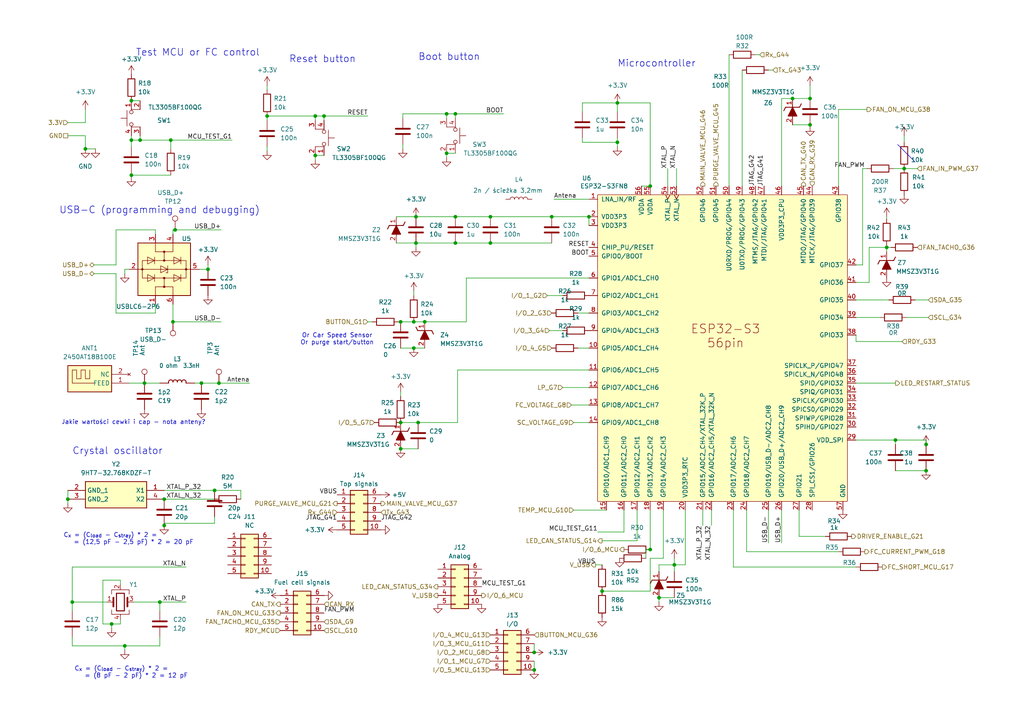
<source format=kicad_sch>
(kicad_sch (version 20250114) (generator "eeschema") (generator_version "9.0")
  (paper "A4")
  (title_block (title "Fuel Cell Control Unit  (FCCU)") (date "2024-01-24") (company "Hydrogreen Pollub"))
  (text "USB-C (programming and debugging)" (at 17.145 62.23 0) (effects (font (size 2 2)) (justify left bottom)))
  (text "Or Car Speed Sensor\nOr purge start/button" (at 97.79 98.425 0) (effects (font (size 1.27 1.27))))
  (text "Boot button" (at 121.285 17.78 0) (effects (font (size 2 2)) (justify left bottom)))
  (text "C_{x} = (C_{load} - C_{stray}) * 2 =\n   = (12,5 pF - 2,5 pF) * 2 = 20 pF\n" (at 18.415 158.115 0) (effects (font (size 1.27 1.27)) (justify left bottom)))
  (text "Test MCU or FC control" (at 39.37 16.51 0) (effects (font (size 2 2)) (justify left bottom)))
  (text "Microcontroller" (at 179.07 19.685 0) (effects (font (size 2 2)) (justify left bottom)))
  (text "Reset button" (at 83.82 18.415 0) (effects (font (size 2 2)) (justify left bottom)))
  (text "Crystal oscillator" (at 20.955 132.08 0) (effects (font (size 2 2)) (justify left bottom)))
  (text "C_{x} = (C_{load} - C_{stray}) * 2 =\n   = (8 pF - 2 pF) * 2 = 12 pF\n" (at 21.59 196.85 0) (effects (font (size 1.27 1.27)) (justify left bottom)))
  (text "Jakie wartości cewki i cap - nota anteny?" (at 38.735 122.555 0) (effects (font (size 1.27 1.27))))
  (junction (at 191.135 173.355))
  (junction (at 129.54 33.02))
  (junction (at 154.94 194.31))
  (junction (at 257.175 71.755))
  (junction (at 132.08 62.865))
  (junction (at 120.65 70.485))
  (junction (at 179.07 29.845))
  (junction (at 121.285 122.555))
  (junction (at 91.44 33.655))
  (junction (at 123.19 93.345))
  (junction (at 229.87 28.575))
  (junction (at 268.605 128.905))
  (junction (at 132.08 70.485))
  (junction (at 268.605 136.525))
  (junction (at 188.595 159.385))
  (junction (at 154.94 189.23))
  (junction (at 47.625 152.4))
  (junction (at 47.625 144.78))
  (junction (at 262.255 48.895))
  (junction (at 120.015 100.965))
  (junction (at 116.205 93.345))
  (junction (at 63.5 111.125))
  (junction (at 195.58 163.83))
  (junction (at 58.42 111.125))
  (junction (at 160.02 62.865))
  (junction (at 60.325 78.105))
  (junction (at 116.205 130.175))
  (junction (at 24.765 43.18))
  (junction (at 20.955 174.625))
  (junction (at 38.1 40.64))
  (junction (at 188.595 53.975))
  (junction (at 174.625 171.45))
  (junction (at 170.815 62.865))
  (junction (at 179.07 41.275))
  (junction (at 234.95 36.195))
  (junction (at 93.98 33.655))
  (junction (at 91.44 45.085))
  (junction (at 77.47 33.655))
  (junction (at 129.54 44.45))
  (junction (at 120.015 93.345))
  (junction (at 41.91 111.125))
  (junction (at 62.23 142.24))
  (junction (at 50.8 66.675))
  (junction (at 142.24 70.485))
  (junction (at 132.08 33.02))
  (junction (at 259.715 127.635))
  (junction (at 46.355 174.625))
  (junction (at 40.64 40.64))
  (junction (at 49.53 40.64))
  (junction (at 142.24 62.865))
  (junction (at 116.205 122.555))
  (junction (at 36.195 187.325))
  (junction (at 32.385 180.975))
  (junction (at 38.1 29.21))
  (junction (at 19.685 144.78))
  (junction (at 50.165 93.345))
  (junction (at 38.1 50.8))
  (junction (at 234.95 28.575))
  (junction (at 120.65 62.865))
  (wire (pts (xy 216.535 147.955) (xy 216.535 160.02)))
  (wire (pts (xy 154.94 191.77) (xy 154.94 194.31)))
  (wire (pts (xy 40.64 40.64) (xy 49.53 40.64)))
  (wire (pts (xy 174.625 156.845) (xy 184.785 156.845)))
  (wire (pts (xy 248.285 81.915) (xy 252.095 81.915)))
  (wire (pts (xy 212.725 147.955) (xy 212.725 164.465)))
  (wire (pts (xy 120.65 70.485) (xy 132.08 70.485)))
  (wire (pts (xy 114.935 70.485) (xy 120.65 70.485)))
  (wire (pts (xy 45.085 88.265) (xy 45.085 90.805)))
  (wire (pts (xy 160.655 57.785) (xy 170.815 57.785)))
  (wire (pts (xy 154.94 189.23) (xy 154.94 186.69)))
  (wire (pts (xy 20.955 184.785) (xy 20.955 187.325)))
  (wire (pts (xy 114.935 62.865) (xy 120.65 62.865)))
  (wire (pts (xy 19.685 35.56) (xy 24.765 35.56)))
  (wire (pts (xy 165.735 117.475) (xy 170.815 117.475)))
  (wire (pts (xy 231.775 155.575) (xy 231.775 147.955)))
  (wire (pts (xy 45.085 66.675) (xy 45.085 67.945)))
  (wire (pts (xy 62.23 144.78) (xy 47.625 144.78)))
  (wire (pts (xy 262.89 92.075) (xy 269.24 92.075)))
  (wire (pts (xy 34.925 179.705) (xy 34.925 180.975)))
  (wire (pts (xy 116.84 43.18) (xy 116.84 41.91)))
  (wire (pts (xy 215.265 20.32) (xy 215.265 53.975)))
  (wire (pts (xy 234.95 24.765) (xy 234.95 28.575)))
  (wire (pts (xy 257.175 62.865) (xy 257.175 63.5)))
  (wire (pts (xy 135.255 80.645) (xy 170.815 80.645)))
  (wire (pts (xy 121.285 122.555) (xy 116.205 122.555)))
  (wire (pts (xy 195.58 161.925) (xy 195.58 163.83)))
  (wire (pts (xy 268.605 136.525) (xy 259.715 136.525)))
  (wire (pts (xy 50.165 66.675) (xy 50.8 66.675)))
  (wire (pts (xy 179.07 40.005) (xy 179.07 41.275)))
  (wire (pts (xy 198.755 147.955) (xy 198.755 163.83)))
  (wire (pts (xy 46.355 174.625) (xy 53.975 174.625)))
  (wire (pts (xy 243.205 31.75) (xy 243.205 53.975)))
  (wire (pts (xy 93.98 33.655) (xy 106.68 33.655)))
  (wire (pts (xy 69.85 142.24) (xy 62.23 142.24)))
  (wire (pts (xy 259.715 127.635) (xy 259.715 128.905)))
  (wire (pts (xy 193.675 48.895) (xy 193.675 53.975)))
  (wire (pts (xy 184.785 156.845) (xy 184.785 147.955)))
  (wire (pts (xy 229.87 36.195) (xy 234.95 36.195)))
  (wire (pts (xy 186.055 53.975) (xy 188.595 53.975)))
  (wire (pts (xy 268.605 127.635) (xy 259.715 127.635)))
  (wire (pts (xy 38.1 39.37) (xy 38.1 40.64)))
  (wire (pts (xy 212.725 164.465) (xy 248.285 164.465)))
  (wire (pts (xy 222.885 20.32) (xy 224.155 20.32)))
  (wire (pts (xy 142.24 70.485) (xy 160.02 70.485)))
  (wire (pts (xy 187.325 161.925) (xy 187.325 159.385)))
  (wire (pts (xy 46.355 174.625) (xy 46.355 177.165)))
  (wire (pts (xy 62.23 151.765) (xy 47.625 151.765)))
  (wire (pts (xy 206.375 152.4) (xy 206.375 147.955)))
  (wire (pts (xy 142.24 62.865) (xy 160.02 62.865)))
  (wire (pts (xy 216.535 160.02) (xy 243.205 160.02)))
  (wire (pts (xy 166.37 147.955) (xy 175.895 147.955)))
  (wire (pts (xy 257.175 71.12) (xy 257.175 71.755)))
  (wire (pts (xy 72.39 111.125) (xy 63.5 111.125)))
  (wire (pts (xy 91.44 45.085) (xy 91.44 46.355)))
  (wire (pts (xy 261.62 99.06) (xy 248.285 99.06)))
  (wire (pts (xy 191.135 174.625) (xy 191.135 173.355)))
  (wire (pts (xy 180.975 147.955) (xy 180.975 154.305)))
  (wire (pts (xy 77.47 24.765) (xy 77.47 26.035)))
  (wire (pts (xy 132.715 107.315) (xy 132.715 122.555)))
  (wire (pts (xy 60.325 76.835) (xy 60.325 78.105)))
  (wire (pts (xy 135.255 93.345) (xy 123.19 93.345)))
  (wire (pts (xy 24.765 35.56) (xy 24.765 31.75)))
  (wire (pts (xy 38.735 174.625) (xy 46.355 174.625)))
  (wire (pts (xy 32.385 182.245) (xy 32.385 180.975)))
  (polyline (pts (xy 260.35 41.91) (xy 265.43 46.99)))
  (wire (pts (xy 179.07 41.275) (xy 179.07 42.545)))
  (wire (pts (xy 47.625 151.765) (xy 47.625 152.4)))
  (wire (pts (xy 259.715 111.125) (xy 248.285 111.125)))
  (wire (pts (xy 251.46 48.895) (xy 250.19 48.895)))
  (wire (pts (xy 188.595 161.925) (xy 192.405 161.925)))
  (wire (pts (xy 167.64 90.805) (xy 170.815 90.805)))
  (wire (pts (xy 24.765 39.37) (xy 24.765 43.18)))
  (wire (pts (xy 239.395 155.575) (xy 231.775 155.575)))
  (wire (pts (xy 229.87 28.575) (xy 234.95 28.575)))
  (wire (pts (xy 226.695 157.48) (xy 226.695 147.955)))
  (wire (pts (xy 46.355 111.125) (xy 41.91 111.125)) (stroke (width 0.1524)))
  (wire (pts (xy 106.68 93.345) (xy 107.95 93.345)))
  (wire (pts (xy 33.655 79.375) (xy 27.305 79.375)))
  (wire (pts (xy 120.015 84.455) (xy 120.015 85.725)))
  (wire (pts (xy 38.1 40.64) (xy 40.64 40.64)))
  (wire (pts (xy 163.195 95.885) (xy 159.385 95.885)))
  (wire (pts (xy 191.135 163.83) (xy 195.58 163.83)))
  (wire (pts (xy 116.205 113.665) (xy 116.205 114.935)))
  (wire (pts (xy 248.285 92.075) (xy 255.27 92.075)))
  (wire (pts (xy 50.165 93.345) (xy 64.135 93.345)))
  (wire (pts (xy 266.065 48.895) (xy 262.255 48.895)))
  (wire (pts (xy 77.47 43.815) (xy 77.47 42.545)))
  (wire (pts (xy 36.195 188.595) (xy 36.195 187.325)))
  (wire (pts (xy 38.1 40.64) (xy 38.1 42.545)))
  (wire (pts (xy 20.955 174.625) (xy 20.955 164.465)))
  (wire (pts (xy 129.54 44.45) (xy 129.54 45.72)))
  (wire (pts (xy 50.165 93.345) (xy 50.165 88.265)))
  (wire (pts (xy 120.65 71.755) (xy 120.65 70.485)))
  (wire (pts (xy 257.175 71.755) (xy 257.175 73.025)))
  (wire (pts (xy 191.135 173.355) (xy 195.58 173.355)))
  (wire (pts (xy 250.19 76.835) (xy 250.19 48.895)))
  (wire (pts (xy 93.98 45.085) (xy 91.44 45.085)))
  (wire (pts (xy 116.205 100.965) (xy 120.015 100.965)))
  (wire (pts (xy 132.08 62.865) (xy 142.24 62.865)))
  (wire (pts (xy 31.115 174.625) (xy 20.955 174.625)))
  (wire (pts (xy 259.08 48.895) (xy 262.255 48.895)))
  (wire (pts (xy 188.595 29.845) (xy 188.595 53.975)))
  (wire (pts (xy 116.205 130.175) (xy 121.285 130.175)))
  (wire (pts (xy 38.1 29.21) (xy 40.64 29.21)))
  (wire (pts (xy 41.91 111.125) (xy 37.465 111.125)) (stroke (width 0.1524)))
  (wire (pts (xy 166.37 122.555) (xy 170.815 122.555)))
  (wire (pts (xy 188.595 171.45) (xy 188.595 161.925)))
  (wire (pts (xy 46.355 187.325) (xy 36.195 187.325)))
  (wire (pts (xy 58.42 111.125) (xy 56.515 111.125)))
  (wire (pts (xy 252.095 81.915) (xy 252.095 71.755)))
  (wire (pts (xy 33.655 79.375) (xy 33.655 90.805)))
  (wire (pts (xy 129.54 44.45) (xy 132.08 44.45)))
  (wire (pts (xy 120.65 62.865) (xy 132.08 62.865)))
  (wire (pts (xy 179.07 32.385) (xy 179.07 29.845)))
  (wire (pts (xy 187.325 159.385) (xy 188.595 159.385)))
  (wire (pts (xy 116.84 33.02) (xy 129.54 33.02)))
  (wire (pts (xy 160.02 62.865) (xy 170.815 62.865)))
  (wire (pts (xy 38.1 50.8) (xy 38.1 50.165)))
  (wire (pts (xy 211.455 15.875) (xy 211.455 53.975)))
  (wire (pts (xy 63.5 111.125) (xy 58.42 111.125)))
  (wire (pts (xy 20.955 187.325) (xy 36.195 187.325)))
  (wire (pts (xy 19.685 146.05) (xy 19.685 144.78)))
  (wire (pts (xy 135.255 80.645) (xy 135.255 93.345)))
  (wire (pts (xy 132.08 33.02) (xy 146.05 33.02)))
  (wire (pts (xy 196.215 48.895) (xy 196.215 53.975)))
  (wire (pts (xy 252.095 71.755) (xy 257.175 71.755)))
  (wire (pts (xy 33.655 90.805) (xy 45.085 90.805)))
  (wire (pts (xy 91.44 33.655) (xy 91.44 34.925)))
  (wire (pts (xy 69.85 144.78) (xy 69.85 142.24)))
  (wire (pts (xy 203.835 152.4) (xy 203.835 147.955)))
  (wire (pts (xy 19.685 39.37) (xy 24.765 39.37)))
  (wire (pts (xy 91.44 33.655) (xy 93.98 33.655)))
  (wire (pts (xy 20.955 174.625) (xy 20.955 177.165)))
  (wire (pts (xy 248.285 99.06) (xy 248.285 97.155)))
  (wire (pts (xy 129.54 33.02) (xy 129.54 34.29)))
  (wire (pts (xy 32.385 180.975) (xy 34.925 180.975)))
  (wire (pts (xy 222.885 157.48) (xy 222.885 147.955)))
  (wire (pts (xy 19.685 142.24) (xy 19.685 144.78)))
  (wire (pts (xy 50.165 66.675) (xy 50.165 67.945)))
  (wire (pts (xy 248.285 76.835) (xy 250.19 76.835)))
  (wire (pts (xy 132.08 70.485) (xy 142.24 70.485)))
  (wire (pts (xy 192.405 161.925) (xy 192.405 147.955)))
  (wire (pts (xy 234.95 36.83) (xy 234.95 36.195)))
  (wire (pts (xy 33.655 76.835) (xy 27.305 76.835)))
  (wire (pts (xy 20.955 164.465) (xy 53.975 164.465)))
  (wire (pts (xy 116.205 93.345) (xy 120.015 93.345)))
  (wire (pts (xy 268.605 127.635) (xy 268.605 128.905)))
  (wire (pts (xy 40.64 39.37) (xy 40.64 40.64)))
  (wire (pts (xy 251.46 31.75) (xy 243.205 31.75)))
  (wire (pts (xy 170.815 62.865) (xy 170.815 65.405)))
  (wire (pts (xy 120.015 100.965) (xy 123.19 100.965)))
  (wire (pts (xy 248.285 127.635) (xy 259.715 127.635)))
  (wire (pts (xy 50.8 66.675) (xy 64.135 66.675)))
  (wire (pts (xy 77.47 33.655) (xy 77.47 34.925)))
  (wire (pts (xy 47.625 142.24) (xy 62.23 142.24)))
  (wire (pts (xy 168.91 29.845) (xy 179.07 29.845)))
  (wire (pts (xy 258.445 71.755) (xy 257.175 71.755)))
  (wire (pts (xy 168.91 29.845) (xy 168.91 32.385)))
  (wire (pts (xy 77.47 33.655) (xy 91.44 33.655)))
  (wire (pts (xy 163.195 85.725) (xy 158.75 85.725)))
  (wire (pts (xy 188.595 159.385) (xy 188.595 147.955)))
  (wire (pts (xy 226.695 53.975) (xy 226.695 28.575)))
  (wire (pts (xy 29.845 168.275) (xy 29.845 180.975)))
  (wire (pts (xy 62.23 149.86) (xy 62.23 151.765)))
  (wire (pts (xy 57.785 78.105) (xy 60.325 78.105)))
  (wire (pts (xy 168.91 41.275) (xy 179.07 41.275)))
  (wire (pts (xy 179.07 29.845) (xy 188.595 29.845)))
  (wire (pts (xy 198.755 163.83) (xy 195.58 163.83)))
  (wire (pts (xy 34.925 169.545) (xy 34.925 168.275)))
  (wire (pts (xy 120.015 93.345) (xy 123.19 93.345)))
  (wire (pts (xy 115.57 93.345) (xy 116.205 93.345)))
  (wire (pts (xy 129.54 33.02) (xy 132.08 33.02)))
  (wire (pts (xy 132.08 33.02) (xy 132.08 34.29)))
  (wire (pts (xy 167.64 100.965) (xy 170.815 100.965)))
  (wire (pts (xy 248.285 86.995) (xy 257.81 86.995)))
  (wire (pts (xy 174.625 171.45) (xy 188.595 171.45)))
  (wire (pts (xy 49.53 40.64) (xy 67.31 40.64)))
  (wire (pts (xy 219.075 15.875) (xy 220.345 15.875)))
  (wire (pts (xy 168.91 40.005) (xy 168.91 41.275)))
  (wire (pts (xy 49.53 40.64) (xy 49.53 43.18)))
  (wire (pts (xy 121.285 122.555) (xy 132.715 122.555)))
  (wire (pts (xy 38.1 50.8) (xy 49.53 50.8)))
  (wire (pts (xy 265.43 86.995) (xy 269.24 86.995)))
  (wire (pts (xy 36.195 78.105) (xy 37.465 78.105)))
  (wire (pts (xy 172.72 163.83) (xy 174.625 163.83)))
  (wire (pts (xy 180.975 154.305) (xy 173.355 154.305)))
  (wire (pts (xy 46.355 184.785) (xy 46.355 187.325)))
  (wire (pts (xy 36.195 78.105) (xy 36.195 79.375)))
  (wire (pts (xy 191.135 165.735) (xy 191.135 163.83)))
  (wire (pts (xy 24.765 43.18) (xy 27.686 43.18)))
  (wire (pts (xy 195.58 163.83) (xy 195.58 165.735)))
  (wire (pts (xy 93.98 33.655) (xy 93.98 34.925)))
  (wire (pts (xy 262.255 39.37) (xy 262.255 41.275)))
  (wire (pts (xy 226.695 28.575) (xy 229.87 28.575)))
  (wire (pts (xy 33.655 76.835) (xy 33.655 66.675)))
  (wire (pts (xy 34.925 168.275) (xy 29.845 168.275)))
  (wire (pts (xy 163.195 112.395) (xy 170.815 112.395)))
  (wire (pts (xy 29.845 180.975) (xy 32.385 180.975)))
  (wire (pts (xy 38.1 51.435) (xy 38.1 50.8)))
  (wire (pts (xy 33.655 66.675) (xy 45.085 66.675)))
  (wire (pts (xy 116.84 33.02) (xy 116.84 34.29)))
  (wire (pts (xy 132.715 107.315) (xy 170.815 107.315)))
  (label "FAN_PWM" (at 250.825 48.895 180))
  (label "MCU_TEST_G1" (at 67.31 40.64 180))
  (label "RESET" (at 106.68 33.655 180))
  (label "BOOT" (at 170.815 74.295 180))
  (label "Antena" (at 72.39 111.125 180))
  (label "XTAL_N" (at 196.215 48.895 90))
  (label "XTAL_P_32" (at 48.26 142.24 0))
  (label "USB_D-" (at 64.135 93.345 180))
  (label "USB_D-" (at 222.885 157.48 90))
  (label "XTAL_P" (at 193.675 48.895 90))
  (label "BOOT" (at 146.05 33.02 180))
  (label "RESET" (at 170.815 71.755 180))
  (label "MCU_TEST_G1" (at 139.7 170.18 0))
  (label "XTAL_N_32" (at 58.42 144.78 180))
  (label "JTAG_G41" (at 97.79 151.13 180))
  (label "JTAG_G41" (at 221.615 53.975 90))
  (label "USB_D+" (at 64.135 66.675 180))
  (label "VBUS" (at 97.79 143.51 180))
  (label "XTAL_P_32" (at 203.835 152.4 270))
  (label "MCU_TEST_G11" (at 173.355 154.305 180))
  (label "JTAG_G42" (at 219.075 53.975 90))
  (label "XTAL_N_32" (at 206.375 152.4 270))
  (label "VBUS" (at 172.72 163.83 180))
  (label "XTAL_P" (at 53.975 174.625 180))
  (label "XTAL_N" (at 53.975 164.465 180))
  (label "Antena" (at 160.655 57.785 0))
  (label "USB_D+" (at 226.695 157.48 90))
  (label "JTAG_G42" (at 110.49 151.13 0))
  (label "FAN_PWM" (at 93.98 177.8 0))
  (hierarchical_label "I{slash}O_1_MCU_G7" (shape input) (at 142.24 191.77 180))
  (hierarchical_label "Rx_G44" (shape input) (at 97.79 148.59 180))
  (hierarchical_label "CAN_RX_G39" (shape input) (at 235.585 53.975 90))
  (hierarchical_label "SC_VOLTAGE_G9" (shape input) (at 166.37 122.555 180))
  (hierarchical_label "I{slash}O_3_MCU_G11" (shape input) (at 142.24 186.69 180))
  (hierarchical_label "RDY_G33" (shape input) (at 261.62 99.06 0))
  (hierarchical_label "FAN_IN_PWM_G37" (shape input) (at 266.065 48.895 0))
  (hierarchical_label "I{slash}O_6_MCU" (shape output) (at 139.7 172.72 0))
  (hierarchical_label "LED_CAN_STATUS_G34" (shape output) (at 127 170.18 180))
  (hierarchical_label "3.3V" (shape input) (at 19.685 35.56 180))
  (hierarchical_label "FAN_TACHO_MCU_G35" (shape input) (at 81.28 180.34 180))
  (hierarchical_label "I{slash}O_5_G7" (shape input) (at 108.585 122.555 180))
  (hierarchical_label "V_USB" (shape output) (at 127 172.72 180))
  (hierarchical_label "TEMP_MCU_G10" (shape input) (at 166.37 147.955 180))
  (hierarchical_label "FAN_ON_MCU_G33" (shape output) (at 81.28 177.8 180))
  (hierarchical_label "USB_D-" (shape bidirectional) (at 27.305 79.375 180))
  (hierarchical_label "PURGE_VALVE_MCU_G45" (shape output) (at 207.645 53.975 90))
  (hierarchical_label "FC_SHORT_MCU_G17" (shape output) (at 255.905 164.465 0))
  (hierarchical_label "MAIN_VALVE_MCU_G37" (shape output) (at 110.49 146.05 0))
  (hierarchical_label "I{slash}O_6_MCU" (shape output) (at 180.975 159.385 180))
  (hierarchical_label "LED_RESTART_STATUS" (shape output) (at 259.715 111.125 0))
  (hierarchical_label "CAN_TX" (shape output) (at 81.28 175.26 180))
  (hierarchical_label "I{slash}O_5_MCU_G13" (shape input) (at 142.24 194.31 180))
  (hierarchical_label "Rx_G44" (shape input) (at 220.345 15.875 0))
  (hierarchical_label "I{slash}O_4_MCU_G13" (shape input) (at 142.24 184.15 180))
  (hierarchical_label "Tx_G43" (shape input) (at 224.155 20.32 0))
  (hierarchical_label "FC_CURRENT_PWM_G18" (shape output) (at 250.825 160.02 0))
  (hierarchical_label "GND" (shape passive) (at 19.685 39.37 180))
  (hierarchical_label "MAIN_VALVE_MCU_G46" (shape output) (at 203.835 53.975 90))
  (hierarchical_label "I{slash}O_3_G4" (shape input) (at 159.385 95.885 180))
  (hierarchical_label "LP_G7" (shape input) (at 163.195 112.395 180))
  (hierarchical_label "LED_CAN_STATUS_G14" (shape output) (at 174.625 156.845 180))
  (hierarchical_label "I{slash}O_2_G3" (shape input) (at 160.02 90.805 180))
  (hierarchical_label "FAN_TACHO_G36" (shape input) (at 266.065 71.755 0))
  (hierarchical_label "FC_VOLTAGE_G8" (shape input) (at 165.735 117.475 180))
  (hierarchical_label "SCL_G34" (shape input) (at 269.24 92.075 0))
  (hierarchical_label "Tx_G43" (shape input) (at 110.49 148.59 0))
  (hierarchical_label "PURGE_VALVE_MCU_G21" (shape output) (at 97.79 146.05 180))
  (hierarchical_label "DRIVER_ENABLE_G21" (shape output) (at 247.015 155.575 0))
  (hierarchical_label "I{slash}O_1_G2" (shape input) (at 158.75 85.725 180))
  (hierarchical_label "FAN_ON_MCU_G38" (shape output) (at 251.46 31.75 0))
  (hierarchical_label "I{slash}O_2_MCU_G8" (shape input) (at 142.24 189.23 180))
  (hierarchical_label "V_USB" (shape output) (at 172.72 163.83 180))
  (hierarchical_label "BUTTON_G1" (shape input) (at 106.68 93.345 180))
  (hierarchical_label "CAN_RX" (shape input) (at 93.98 175.26 0))
  (hierarchical_label "SDA_G9" (shape input) (at 93.98 180.34 0))
  (hierarchical_label "CAN_TX_G40" (shape output) (at 233.045 53.975 90))
  (hierarchical_label "SCL_G10" (shape input) (at 93.98 182.88 0))
  (hierarchical_label "BUTTON_MCU_G36" (shape input) (at 154.94 184.15 0))
  (hierarchical_label "RDY_MCU" (shape input) (at 81.28 182.88 180))
  (hierarchical_label "SDA_G35" (shape input) (at 269.24 86.995 0))
  (hierarchical_label "I{slash}O_4_G5" (shape input) (at 160.02 100.965 180))
  (hierarchical_label "USB_D+" (shape bidirectional) (at 27.305 76.835 180))
  (symbol (lib_id "power:GND") (at 127 175.26 0) (mirror y) (unit 1)
    (property "Reference" "#PWR061" (effects (hide yes)))
    (property "Value" "GND" (effects (hide yes)))
  )
  (symbol (lib_id "Connector:TestPoint") (at 41.91 111.125 0) (unit 1)
    (property "Reference" "TP14" (at 39.37 100.965 90))
    (property "Value" "Ant" (at 41.275 101.6 90))
    (property "Footprint" "Connector_PinSocket_2.54mm:PinSocket_1x01_P2.54mm_Vertical" (effects (hide yes)))
  )
  (symbol (lib_id "power:GND") (at 234.95 36.83 0) (unit 1)
    (property "Reference" "#PWR070" (effects (hide yes)))
    (property "Value" "GND" (effects (hide yes)))
  )
  (symbol (lib_id "Device:R") (at 120.015 89.535 180) (unit 1)
    (property "Reference" "R24" (at 121.92 88.2649 0) (effects (justify right)))
    (property "Value" "10k" (at 121.92 90.8049 0) (effects (justify right)))
    (property "Footprint" "Resistor_SMD:R_1206_3216Metric" (effects (hide yes)))
  )
  (symbol (lib_id "Connector_Generic:Conn_02x05_Top_Bottom") (at 132.08 170.18 0) (unit 1)
    (property "Reference" "J12" (at 133.35 158.75 0))
    (property "Value" "Analog" (at 133.35 161.29 0))
    (property "Footprint" "Connector_PinSocket_2.54mm:PinSocket_2x05_P2.54mm_Vertical" (effects (hide yes)))
    (property "Description" "Generic connector, double row, 02x05, top/bottom pin numbering scheme (row 1: 1...pins_per_row, row2: pins_per_row+1 ... num_pins), script generated (kicad-library-utils/schlib/autogen/connector/)" (effects (hide yes)))
  )
  (symbol (lib_id "Device:C") (at 195.58 169.545 0) (unit 1)
    (property "Reference" "C35" (at 198.755 168.2749 0) (effects (justify left)))
    (property "Value" "100n" (at 198.755 170.8149 0) (effects (justify left)))
    (property "Footprint" "Capacitor_SMD:C_1206_3216Metric" (effects (hide yes)))
  )
  (symbol (lib_id "Device:R") (at 262.255 45.085 180) (unit 1)
    (property "Reference" "R40" (at 264.16 43.8149 0) (effects (justify right)))
    (property "Value" "10k" (at 264.16 46.3549 0) (effects (justify right)))
    (property "Footprint" "Resistor_SMD:R_1206_3216Metric" (effects (hide yes)))
  )
  (symbol (lib_id "Device:R") (at 174.625 175.26 180) (unit 1)
    (property "Reference" "R86" (at 177.165 173.9899 0) (effects (justify right)))
    (property "Value" "15k" (at 177.165 176.5299 0) (effects (justify right)))
    (property "Footprint" "Resistor_SMD:R_1206_3216Metric" (effects (hide yes)))
  )
  (symbol (lib_id "Device:R") (at 167.005 85.725 270) (unit 1)
    (property "Reference" "R28" (at 167.005 79.375 90))
    (property "Value" "1k" (at 167.005 81.915 90))
    (property "Footprint" "Resistor_SMD:R_1206_3216Metric" (effects (hide yes)))
  )
  (symbol (lib_id "Device:R") (at 257.175 67.31 0) (mirror x) (unit 1)
    (property "Reference" "R42" (at 255.27 66.0399 0) (effects (justify right)))
    (property "Value" "10k" (at 255.27 68.5799 0) (effects (justify right)))
    (property "Footprint" "Resistor_SMD:R_1206_3216Metric" (effects (hide yes)))
  )
  (symbol (lib_id "power:GND") (at 58.42 118.745 0) (unit 1)
    (property "Reference" "#PWR043" (effects (hide yes)))
    (property "Value" "GND" (effects (hide yes)))
  )
  (symbol (lib_id "power:GND") (at 41.91 118.745 0) (unit 1)
    (property "Reference" "#PWR041" (effects (hide yes)))
    (property "Value" "GND" (effects (hide yes)))
  )
  (symbol (lib_id "Switch:SW_MEC_5E") (at 40.64 34.29 90) (mirror x) (unit 1)
    (property "Reference" "SW1" (at 47.625 34.925 90))
    (property "Value" "TL3305BF100QG" (at 50.8 31.115 90))
    (property "Footprint" "library:TL3305BF160QG" (effects (hide yes)))
    (property "Datasheet" "http://www.apem.com/int/index.php?controller=attachment&id_attachment=1371" (effects (hide yes)))
    (property "Description" "MEC 5E single pole normally-open tactile switch" (effects (hide yes)))
    (property "Mouser Part Number" "612-TL3305BF100QG" (effects (hide yes)))
    (property "Mouser Price/Stock" "https://www.mouser.co.uk/ProductDetail/E-Switch/TL3305BF100QG?qs=IKkN%2F947nfDIPwqPQja%252BvQ%3D%3D" (effects (hide yes)))
    (property "Manufacturer_Name" "E-Switch" (effects (hide yes)))
    (property "Manufacturer_Part_Number" "TL3305BF100QG" (effects (hide yes)))
  )
  (symbol (lib_id "Device:R") (at 174.625 167.64 180) (unit 1)
    (property "Reference" "R31" (at 177.165 166.3699 0) (effects (justify right)))
    (property "Value" "10k" (at 177.165 168.9099 0) (effects (justify right)))
    (property "Footprint" "Resistor_SMD:R_1206_3216Metric" (effects (hide yes)))
  )
  (symbol (lib_id "Device:R") (at 116.205 118.745 180) (unit 1)
    (property "Reference" "R23" (at 118.11 117.4749 0) (effects (justify right)))
    (property "Value" "10k" (at 118.11 120.0149 0) (effects (justify right)))
    (property "Footprint" "Resistor_SMD:R_1206_3216Metric" (effects (hide yes)))
  )
  (symbol (lib_id "Device:R") (at 219.075 20.32 270) (mirror x) (unit 1)
    (property "Reference" "R33" (at 208.915 22.225 90))
    (property "Value" "100R" (at 208.915 24.765 90))
    (property "Footprint" "Resistor_SMD:R_1206_3216Metric" (effects (hide yes)))
  )
  (symbol (lib_id "Device:C") (at 120.65 66.675 0) (unit 1)
    (property "Reference" "C28" (at 124.46 65.4049 0) (effects (justify left)))
    (property "Value" "10u" (at 124.46 67.9449 0) (effects (justify left)))
    (property "Footprint" "Capacitor_SMD:CP_Elec_8x10.5" (effects (hide yes)))
  )
  (symbol (lib_id "power:GND") (at 154.94 194.31 0) (unit 1)
    (property "Reference" "#PWR064" (effects (hide yes)))
    (property "Value" "GND" (effects (hide yes)))
  )
  (symbol (lib_id "power:+3.3V") (at 268.605 128.905 0) (mirror y) (unit 1)
    (property "Reference" "#PWR076" (effects (hide yes)))
    (property "Value" "+3.3V" (at 268.605 123.825 0))
  )
  (symbol (lib_id "Device:C") (at 116.84 38.1 0) (unit 1)
    (property "Reference" "C27" (at 120.65 36.8299 0) (effects (justify left)))
    (property "Value" "100n" (at 120.65 39.3699 0) (effects (justify left)))
    (property "Footprint" "Capacitor_SMD:C_1206_3216Metric" (effects (hide yes)))
  )
  (symbol (lib_id "Device:R") (at 259.08 92.075 90) (mirror x) (unit 1)
    (property "Reference" "R38" (at 259.08 94.615 90))
    (property "Value" "0R" (at 259.08 96.52 90))
    (property "Footprint" "Resistor_SMD:R_1206_3216Metric" (effects (hide yes)))
  )
  (symbol (lib_id "power:+3.3V") (at 120.015 84.455 0) (unit 1)
    (property "Reference" "#PWR056" (effects (hide yes)))
    (property "Value" "+3.3V" (at 120.015 80.01 0))
  )
  (symbol (lib_id "power:GND") (at 174.625 179.07 0) (unit 1)
    (property "Reference" "#PWR0128" (effects (hide yes)))
    (property "Value" "GND" (effects (hide yes)))
  )
  (symbol (lib_id "power:GND") (at 116.84 43.18 0) (unit 1)
    (property "Reference" "#PWR055" (effects (hide yes)))
    (property "Value" "GND" (effects (hide yes)))
  )
  (symbol (lib_id "power:GND") (at 47.625 152.4 0) (unit 1)
    (property "Reference" "#PWR042" (effects (hide yes)))
    (property "Value" "GND" (effects (hide yes)))
  )
  (symbol (lib_id "Switch:SW_MEC_5E") (at 129.54 39.37 270) (mirror x) (unit 1)
    (property "Reference" "SW3" (at 139.065 41.91 90))
    (property "Value" "TL3305BF100QG" (at 142.24 44.45 90))
    (property "Footprint" "library:TL3305BF160QG" (effects (hide yes)))
    (property "Datasheet" "http://www.apem.com/int/index.php?controller=attachment&id_attachment=1371" (effects (hide yes)))
    (property "Description" "MEC 5E single pole normally-open tactile switch" (effects (hide yes)))
    (property "Mouser Part Number" "612-TL3305BF100QG" (effects (hide yes)))
    (property "Mouser Price/Stock" "https://www.mouser.co.uk/ProductDetail/E-Switch/TL3305BF100QG?qs=IKkN%2F947nfDIPwqPQja%252BvQ%3D%3D" (effects (hide yes)))
    (property "Manufacturer_Name" "E-Switch" (effects (hide yes)))
    (property "Manufacturer_Part_Number" "TL3305BF100QG" (effects (hide yes)))
  )
  (symbol (lib_id "Zener 3.3V:MMSZ3V3T1G") (at 114.935 60.325 90) (mirror x) (unit 1)
    (property "Reference" "Z2" (at 110.49 66.6749 90) (effects (justify left)))
    (property "Value" "MMSZ3V3T1G" (at 110.49 69.2149 90) (effects (justify left)))
    (property "Footprint" "library:SOD3716X135N" (effects (hide yes)))
    (property "Datasheet" "https://www.onsemi.com/pub/Collateral/MMSZ2V4T1-D.PDF" (effects (hide yes)))
    (property "Description" "500 mW Rating on FR-4 or FR-5 Board; Wide Zener Reverse Voltage Range - 2.4 V to 56 V; Package Designed for Optimal Automated Board Assembly; Small Package Size for High Density Applications; ESD Rating of Class 3 (exceeding 16 kV) per the Human Body Model Mechanical Characteristics:; CASE: Void-free, transfer-molded, thermosetting plastic case; FINISH: Corrosion resistant finish, easily solderable; MAXIMUM CASE TEMPERATURE FOR SOLDERING PURPOSES: 260C for 10 Seconds; POLARITY: Cathode indicated by polarit" (effects (hide yes)))
    (property "Height" "1.35" (effects (hide yes)))
    (property "Mouser Part Number" "863-MMSZ3V3T1G" (effects (hide yes)))
    (property "Mouser Price/Stock" "https://www.mouser.co.uk/ProductDetail/onsemi/MMSZ3V3T1G?qs=P4IOph%252Bbot9%252BIt8b4e1MoA%3D%3D" (effects (hide yes)))
    (property "Manufacturer_Name" "onsemi" (effects (hide yes)))
    (property "Manufacturer_Part_Number" "MMSZ3V3T1G" (effects (hide yes)))
  )
  (symbol (lib_id "power:GND") (at 110.49 153.67 90) (unit 1)
    (property "Reference" "#PWR047" (effects (hide yes)))
    (property "Value" "GND" (effects (hide yes)))
  )
  (symbol (lib_id "power:GND") (at 120.015 100.965 0) (unit 1)
    (property "Reference" "#PWR057" (effects (hide yes)))
    (property "Value" "GND" (effects (hide yes)))
  )
  (symbol (lib_id "Device:R") (at 243.205 155.575 270) (mirror x) (unit 1)
    (property "Reference" "R34" (at 241.935 151.13 90))
    (property "Value" "1k" (at 241.935 153.035 90))
    (property "Footprint" "Resistor_SMD:R_1206_3216Metric" (effects (hide yes)))
  )
  (symbol (lib_id "Device:C") (at 259.715 132.715 0) (mirror y) (unit 1)
    (property "Reference" "C37" (at 255.905 131.4449 0) (effects (justify left)))
    (property "Value" "100n" (at 255.905 133.9849 0) (effects (justify left)))
    (property "Footprint" "Capacitor_SMD:C_1206_3216Metric" (effects (hide yes)))
  )
  (symbol (lib_id "Device:C") (at 38.1 46.355 0) (unit 1)
    (property "Reference" "C18" (at 41.91 45.0849 0) (effects (justify left)))
    (property "Value" "100n" (at 41.91 47.6249 0) (effects (justify left)))
    (property "Footprint" "Capacitor_SMD:C_1206_3216Metric" (effects (hide yes)))
  )
  (symbol (lib_id "Zener 3.3V:MMSZ3V3T1G") (at 116.205 120.015 90) (mirror x) (unit 1)
    (property "Reference" "Z3" (at 111.76 126.3649 90) (effects (justify left)))
    (property "Value" "MMSZ3V3T1G" (at 113.03 128.905 90) (effects (justify left)))
    (property "Footprint" "library:SOD3716X135N" (effects (hide yes)))
    (property "Datasheet" "https://www.onsemi.com/pub/Collateral/MMSZ2V4T1-D.PDF" (effects (hide yes)))
    (property "Description" "500 mW Rating on FR-4 or FR-5 Board; Wide Zener Reverse Voltage Range - 2.4 V to 56 V; Package Designed for Optimal Automated Board Assembly; Small Package Size for High Density Applications; ESD Rating of Class 3 (exceeding 16 kV) per the Human Body Model Mechanical Characteristics:; CASE: Void-free, transfer-molded, thermosetting plastic case; FINISH: Corrosion resistant finish, easily solderable; MAXIMUM CASE TEMPERATURE FOR SOLDERING PURPOSES: 260C for 10 Seconds; POLARITY: Cathode indicated by polarit" (effects (hide yes)))
    (property "Height" "1.35" (effects (hide yes)))
    (property "Mouser Part Number" "863-MMSZ3V3T1G" (effects (hide yes)))
    (property "Mouser Price/Stock" "https://www.mouser.co.uk/ProductDetail/onsemi/MMSZ3V3T1G?qs=P4IOph%252Bbot9%252BIt8b4e1MoA%3D%3D" (effects (hide yes)))
    (property "Manufacturer_Name" "onsemi" (effects (hide yes)))
    (property "Manufacturer_Part_Number" "MMSZ3V3T1G" (effects (hide yes)))
  )
  (symbol (lib_id "Connector_Generic:Conn_02x05_Top_Bottom") (at 147.32 189.23 0) (unit 1)
    (property "Reference" "J13" (at 148.59 178.435 0))
    (property "Value" "I/O" (at 148.59 180.975 0))
    (property "Footprint" "Connector_PinSocket_2.54mm:PinSocket_2x05_P2.54mm_Vertical" (effects (hide yes)))
    (property "Description" "Generic connector, double row, 02x05, top/bottom pin numbering scheme (row 1: 1...pins_per_row, row2: pins_per_row+1 ... num_pins), script generated (kicad-library-utils/schlib/autogen/connector/)" (effects (hide yes)))
  )
  (symbol (lib_id "power:GND") (at 244.475 147.955 0) (unit 1)
    (property "Reference" "#PWR071" (effects (hide yes)))
    (property "Value" "GND" (effects (hide yes)))
  )
  (symbol (lib_id "power:GND") (at 24.765 43.18 0) (unit 1)
    (property "Reference" "#PWR034" (effects (hide yes)))
    (property "Value" "GND" (at 24.765 48.26 0))
  )
  (symbol (lib_id "power:GND") (at 93.98 172.72 90) (unit 1)
    (property "Reference" "#PWR0126" (effects (hide yes)))
    (property "Value" "GND" (effects (hide yes)))
  )
  (symbol (lib_id "power:GND") (at 268.605 136.525 0) (mirror y) (unit 1)
    (property "Reference" "#PWR077" (effects (hide yes)))
    (property "Value" "GND" (effects (hide yes)))
  )
  (symbol (lib_id "Device:R") (at 38.1 25.4 180) (unit 1)
    (property "Reference" "R18" (at 40.005 24.1299 0) (effects (justify right)))
    (property "Value" "10k" (at 40.005 26.6699 0) (effects (justify right)))
    (property "Footprint" "Resistor_SMD:R_1206_3216Metric" (effects (hide yes)))
  )
  (symbol (lib_id "Device:R") (at 261.62 86.995 90) (mirror x) (unit 1)
    (property "Reference" "R39" (at 261.62 83.185 90))
    (property "Value" "0R" (at 261.62 85.09 90))
    (property "Footprint" "Resistor_SMD:R_1206_3216Metric" (effects (hide yes)))
  )
  (symbol (lib_id "Device:Crystal_GND24") (at 34.925 174.625 0) (unit 1)
    (property "Reference" "Y1" (at 38.735 169.545 0))
    (property "Value" "Crystal_GND24" (effects (hide yes)))
    (property "Footprint" "library:KC3225K400000C1GE00" (effects (hide yes)))
    (property "Datasheet" "qute://pdfjs/web/viewer.html?filename=tmpbnpn6it1_ABM11W-1774757.pdf&file=&source=https://www.mouser.pl/datasheet/2/3/ABM11W-1774757.pdf" (effects (hide yes)))
  )
  (symbol (lib_id "power:GND") (at 32.385 182.245 0) (unit 1)
    (property "Reference" "#PWR036" (effects (hide yes)))
    (property "Value" "GND" (effects (hide yes)))
  )
  (symbol (lib_id "Device:C") (at 60.325 81.915 0) (unit 1)
    (property "Reference" "C23" (at 63.754 80.645 0) (effects (justify left)))
    (property "Value" "100n" (at 63.754 83.185 0) (effects (justify left)))
    (property "Footprint" "Capacitor_SMD:C_1206_3216Metric" (effects (hide yes)))
  )
  (symbol (lib_id "power:+3.3V") (at 262.255 39.37 0) (unit 1)
    (property "Reference" "#PWR072" (effects (hide yes)))
    (property "Value" "+3.3V" (at 262.255 36.83 0))
  )
  (symbol (lib_id "Device:R") (at 77.47 29.845 180) (unit 1)
    (property "Reference" "R21" (at 79.375 28.5749 0) (effects (justify right)))
    (property "Value" "10k" (at 79.375 31.1149 0) (effects (justify right)))
    (property "Footprint" "Resistor_SMD:R_1206_3216Metric" (effects (hide yes)))
  )
  (symbol (lib_id "Device:C") (at 179.07 36.195 0) (unit 1)
    (property "Reference" "C34" (at 182.88 34.9249 0) (effects (justify left)))
    (property "Value" "10n" (at 182.88 37.4649 0) (effects (justify left)))
    (property "Footprint" "Capacitor_SMD:C_1206_3216Metric" (effects (hide yes)))
  )
  (symbol (lib_id "power:GND") (at 19.685 146.05 0) (unit 1)
    (property "Reference" "#PWR032" (effects (hide yes)))
    (property "Value" "GND" (effects (hide yes)))
  )
  (symbol (lib_id "Device:C") (at 132.08 66.675 0) (unit 1)
    (property "Reference" "C30" (at 135.255 65.4049 0) (effects (justify left)))
    (property "Value" "1u" (at 135.255 67.9449 0) (effects (justify left)))
    (property "Footprint" "Capacitor_SMD:C_1206_3216Metric" (effects (hide yes)))
  )
  (symbol (lib_id "Device:C") (at 41.91 114.935 180) (unit 1)
    (property "Reference" "C19" (at 45.72 116.2051 0) (effects (justify right)))
    (property "Value" "1p2" (at 45.72 113.6651 0) (effects (justify right)))
    (property "Footprint" "Capacitor_SMD:C_1206_3216Metric" (effects (hide yes)))
  )
  (symbol (lib_id "power:GND") (at 129.54 45.72 0) (unit 1)
    (property "Reference" "#PWR060" (effects (hide yes)))
    (property "Value" "GND" (effects (hide yes)))
  )
  (symbol (lib_id "power:+3.3V") (at 154.94 189.23 270) (unit 1)
    (property "Reference" "#PWR063" (effects (hide yes)))
    (property "Value" "+3.3V" (at 158.75 189.2299 90) (effects (justify left)))
  )
  (symbol (lib_id "Device:C") (at 142.24 66.675 0) (unit 1)
    (property "Reference" "C31" (at 146.05 65.4049 0) (effects (justify left)))
    (property "Value" "100n" (at 146.05 67.9449 0) (effects (justify left)))
    (property "Footprint" "Capacitor_SMD:C_1206_3216Metric" (effects (hide yes)))
  )
  (symbol (lib_id "Device:R") (at 247.015 160.02 270) (mirror x) (unit 1)
    (property "Reference" "R35" (at 241.3 158.75 90))
    (property "Value" "1k" (effects (hide yes)))
    (property "Footprint" "Resistor_SMD:R_1206_3216Metric" (effects (hide yes)))
  )
  (symbol (lib_id "Device:C") (at 20.955 180.975 0) (unit 1)
    (property "Reference" "C17" (at 24.765 179.7049 0) (effects (justify left)))
    (property "Value" "12p" (at 24.765 182.2449 0) (effects (justify left)))
    (property "Footprint" "Capacitor_SMD:C_1206_3216Metric" (effects (hide yes)))
  )
  (symbol (lib_id "power:+3.3V") (at 179.07 29.845 0) (unit 1)
    (property "Reference" "#PWR065" (effects (hide yes)))
    (property "Value" "+3.3V" (at 179.07 24.765 0))
  )
  (symbol (lib_id "antena:2450AT18B100E") (at 37.465 111.125 180) (unit 1)
    (property "Reference" "ANT1" (at 26.035 100.965 0))
    (property "Value" "2450AT18B100E" (at 26.035 103.505 0))
    (property "Footprint" "library:ANTC3216X140N" (effects (hide yes)))
    (property "Datasheet" "https://www.johansontechnology.com/datasheets/2450AT18B100/2450AT18B100.pdf" (effects (hide yes)))
    (property "Description" "Antennas 2.45GHz ANTENNA" (effects (hide yes)))
    (property "Height" "1.4" (effects (hide yes)))
    (property "Mouser Part Number" "609-2450AT18B100E" (effects (hide yes)))
    (property "Mouser Price/Stock" "https://www.mouser.co.uk/ProductDetail/Johanson-Technology/2450AT18B100E?qs=yCnrNFeXz%252Bh5MFsFIXGZGA%3D%3D" (effects (hide yes)))
    (property "Manufacturer_Name" "JOHANSON TECHNOLOGY" (effects (hide yes)))
    (property "Manufacturer_Part_Number" "2450AT18B100E" (effects (hide yes)))
  )
  (symbol (lib_id "power:+3.3V") (at 24.765 31.75 0) (unit 1)
    (property "Reference" "#PWR033" (effects (hide yes)))
    (property "Value" "+3.3V" (at 24.765 26.67 0))
  )
  (symbol (lib_id "Device:C") (at 160.02 66.675 0) (unit 1)
    (property "Reference" "C32" (at 163.195 65.4049 0) (effects (justify left)))
    (property "Value" "100n" (at 163.195 67.9449 0) (effects (justify left)))
    (property "Footprint" "Capacitor_SMD:C_1206_3216Metric" (effects (hide yes)))
  )
  (symbol (lib_id "Connector:TestPoint") (at 63.5 111.125 0) (unit 1)
    (property "Reference" "TP3" (at 60.96 100.965 90))
    (property "Value" "Ant" (at 62.865 101.6 90))
    (property "Footprint" "Connector_PinSocket_2.54mm:PinSocket_1x01_P2.54mm_Vertical" (effects (hide yes)))
  )
  (symbol (lib_id "Device:R") (at 163.83 100.965 270) (unit 1)
    (property "Reference" "R27" (at 163.83 94.615 90))
    (property "Value" "1k" (at 163.83 97.155 90))
    (property "Footprint" "Resistor_SMD:R_1206_3216Metric" (effects (hide yes)))
  )
  (symbol (lib_id "power:+3.3V") (at 234.95 24.765 0) (unit 1)
    (property "Reference" "#PWR069" (effects (hide yes)))
    (property "Value" "+3.3V" (at 234.95 19.685 0))
  )
  (symbol (lib_id "Connector_Generic:Conn_02x05_Top_Bottom") (at 102.87 148.59 0) (unit 1)
    (property "Reference" "J14" (at 104.14 137.795 0))
    (property "Value" "Top signals" (at 104.14 140.335 0))
    (property "Footprint" "Connector_PinSocket_2.54mm:PinSocket_2x05_P2.54mm_Vertical" (effects (hide yes)))
    (property "Description" "Generic connector, double row, 02x05, top/bottom pin numbering scheme (row 1: 1...pins_per_row, row2: pins_per_row+1 ... num_pins), script generated (kicad-library-utils/schlib/autogen/connector/)" (effects (hide yes)))
  )
  (symbol (lib_id "power:GND") (at 120.65 71.755 0) (unit 1)
    (property "Reference" "#PWR059" (effects (hide yes)))
    (property "Value" "GND" (effects (hide yes)))
  )
  (symbol (lib_id "crystal 32kHz:9HT7-32.768KDZF-T") (at 47.625 144.78 180) (unit 1)
    (property "Reference" "Y2" (at 33.655 134.62 0))
    (property "Value" "9HT7-32.768KDZF-T" (at 33.655 137.16 0))
    (property "Footprint" "9HT732768KDZFT" (effects (hide yes)))
    (property "Datasheet" "https://componentsearchengine.com/Datasheets/2/9HT7-32.768KDZF-T.pdf" (effects (hide yes)))
    (property "Description" "Crystals 32.768KHz 20ppm 12.5pF" (effects (hide yes)))
    (property "Height" "1.4" (effects (hide yes)))
    (property "Mouser Part Number" "717-9HT7-32.768KDZFT" (effects (hide yes)))
    (property "Mouser Price/Stock" "https://www.mouser.co.uk/ProductDetail/TXC-Corporation/9HT7-32.768KDZF-T?qs=MEJ8UTjcHDlobjP3Uu4Bsg%3D%3D" (effects (hide yes)))
    (property "Manufacturer_Name" "TXC CORPORATION" (effects (hide yes)))
    (property "Manufacturer_Part_Number" "9HT7-32.768KDZF-T" (effects (hide yes)))
  )
  (symbol (lib_id "Device:R") (at 262.255 71.755 90) (mirror x) (unit 1)
    (property "Reference" "R43" (at 262.255 66.04 90))
    (property "Value" "1k" (at 262.255 68.58 90))
    (property "Footprint" "Resistor_SMD:R_1206_3216Metric" (effects (hide yes)))
  )
  (symbol (lib_id "Zener 3.3V:MMSZ3V3T1G") (at 229.87 26.035 90) (mirror x) (unit 1)
    (property "Reference" "Z6" (at 224.155 29.845 90) (effects (justify left)))
    (property "Value" "MMSZ3V3T1G" (at 230.505 26.67 90) (effects (justify left)))
    (property "Footprint" "library:SOD3716X135N" (effects (hide yes)))
    (property "Datasheet" "https://www.onsemi.com/pub/Collateral/MMSZ2V4T1-D.PDF" (effects (hide yes)))
    (property "Description" "500 mW Rating on FR-4 or FR-5 Board; Wide Zener Reverse Voltage Range - 2.4 V to 56 V; Package Designed for Optimal Automated Board Assembly; Small Package Size for High Density Applications; ESD Rating of Class 3 (exceeding 16 kV) per the Human Body Model Mechanical Characteristics:; CASE: Void-free, transfer-molded, thermosetting plastic case; FINISH: Corrosion resistant finish, easily solderable; MAXIMUM CASE TEMPERATURE FOR SOLDERING PURPOSES: 260C for 10 Seconds; POLARITY: Cathode indicated by polarit" (effects (hide yes)))
    (property "Height" "1.35" (effects (hide yes)))
    (property "Mouser Part Number" "863-MMSZ3V3T1G" (effects (hide yes)))
    (property "Mouser Price/Stock" "https://www.mouser.co.uk/ProductDetail/onsemi/MMSZ3V3T1G?qs=P4IOph%252Bbot9%252BIt8b4e1MoA%3D%3D" (effects (hide yes)))
    (property "Manufacturer_Name" "onsemi" (effects (hide yes)))
    (property "Manufacturer_Part_Number" "MMSZ3V3T1G" (effects (hide yes)))
  )
  (symbol (lib_id "Zener 3.3V:MMSZ3V3T1G") (at 257.175 70.485 90) (mirror x) (unit 1)
    (property "Reference" "Z7" (at 262.89 76.2 90) (effects (justify left)))
    (property "Value" "MMSZ3V3T1G" (at 272.415 78.74 90) (effects (justify left)))
    (property "Footprint" "library:SOD3716X135N" (effects (hide yes)))
    (property "Datasheet" "https://www.onsemi.com/pub/Collateral/MMSZ2V4T1-D.PDF" (effects (hide yes)))
    (property "Description" "500 mW Rating on FR-4 or FR-5 Board; Wide Zener Reverse Voltage Range - 2.4 V to 56 V; Package Designed for Optimal Automated Board Assembly; Small Package Size for High Density Applications; ESD Rating of Class 3 (exceeding 16 kV) per the Human Body Model Mechanical Characteristics:; CASE: Void-free, transfer-molded, thermosetting plastic case; FINISH: Corrosion resistant finish, easily solderable; MAXIMUM CASE TEMPERATURE FOR SOLDERING PURPOSES: 260C for 10 Seconds; POLARITY: Cathode indicated by polarit" (effects (hide yes)))
    (property "Height" "1.35" (effects (hide yes)))
    (property "Mouser Part Number" "863-MMSZ3V3T1G" (effects (hide yes)))
    (property "Mouser Price/Stock" "https://www.mouser.co.uk/ProductDetail/onsemi/MMSZ3V3T1G?qs=P4IOph%252Bbot9%252BIt8b4e1MoA%3D%3D" (effects (hide yes)))
    (property "Manufacturer_Name" "onsemi" (effects (hide yes)))
    (property "Manufacturer_Part_Number" "MMSZ3V3T1G" (effects (hide yes)))
  )
  (symbol (lib_id "Device:R") (at 167.005 95.885 270) (unit 1)
    (property "Reference" "R29" (at 167.005 89.535 90))
    (property "Value" "1k" (at 167.005 92.075 90))
    (property "Footprint" "Resistor_SMD:R_1206_3216Metric" (effects (hide yes)))
  )
  (symbol (lib_id "power:GND") (at 36.195 79.375 0) (mirror y) (unit 1)
    (property "Reference" "#PWR037" (effects (hide yes)))
    (property "Value" "GND" (effects (hide yes)))
  )
  (symbol (lib_id "power:GND") (at 116.205 130.175 0) (mirror y) (unit 1)
    (property "Reference" "#PWR054" (effects (hide yes)))
    (property "Value" "GND" (effects (hide yes)))
  )
  (symbol (lib_id "power:GND") (at 179.07 42.545 0) (unit 1)
    (property "Reference" "#PWR066" (effects (hide yes)))
    (property "Value" "GND" (effects (hide yes)))
  )
  (symbol (lib_id "power:+3.3V") (at 195.58 161.925 0) (unit 1)
    (property "Reference" "#PWR068" (effects (hide yes)))
    (property "Value" "+3.3V" (at 195.58 156.845 0))
  )
  (symbol (lib_id "Connector_Generic:Conn_02x05_Top_Bottom") (at 86.36 177.8 0) (unit 1)
    (property "Reference" "J15" (at 87.63 166.37 0))
    (property "Value" "Fuel cell signals" (at 87.63 168.91 0))
    (property "Footprint" "Connector_PinSocket_2.54mm:PinSocket_2x05_P2.54mm_Vertical" (effects (hide yes)))
    (property "Description" "Generic connector, double row, 02x05, top/bottom pin numbering scheme (row 1: 1...pins_per_row, row2: pins_per_row+1 ... num_pins), script generated (kicad-library-utils/schlib/autogen/connector/)" (effects (hide yes)))
  )
  (symbol (lib_id "power:+3.3V") (at 77.47 24.765 0) (unit 1)
    (property "Reference" "#PWR048" (effects (hide yes)))
    (property "Value" "+3.3V" (at 77.47 20.32 0))
  )
  (symbol (lib_id "Device:R") (at 163.83 90.805 270) (unit 1)
    (property "Reference" "R26" (at 163.83 84.455 90))
    (property "Value" "1k" (at 163.83 86.995 90))
    (property "Footprint" "Resistor_SMD:R_1206_3216Metric" (effects (hide yes)))
  )
  (symbol (lib_id "Switch:SW_MEC_5E") (at 91.44 40.005 270) (mirror x) (unit 1)
    (property "Reference" "SW2" (at 99.695 43.18 90))
    (property "Value" "TL3305BF100QG" (at 104.14 45.72 90))
    (property "Footprint" "library:TL3305BF160QG" (effects (hide yes)))
    (property "Datasheet" "http://www.apem.com/int/index.php?controller=attachment&id_attachment=1371" (effects (hide yes)))
    (property "Description" "MEC 5E single pole normally-open tactile switch" (effects (hide yes)))
    (property "Mouser Part Number" "612-TL3305BF100QG" (effects (hide yes)))
    (property "Mouser Price/Stock" "https://www.mouser.co.uk/ProductDetail/E-Switch/TL3305BF100QG?qs=IKkN%2F947nfDIPwqPQja%252BvQ%3D%3D" (effects (hide yes)))
    (property "Manufacturer_Name" "E-Switch" (effects (hide yes)))
    (property "Manufacturer_Part_Number" "TL3305BF100QG" (effects (hide yes)))
  )
  (symbol (lib_id "power:+3.3V") (at 97.79 153.67 90) (unit 1)
    (property "Reference" "#PWR046" (effects (hide yes)))
    (property "Value" "+3.3V" (at 88.265 153.67 90) (effects (justify right)))
  )
  (symbol (lib_id "Adafruit QT Py ESP32-S3-eagle-import:INDUCTOR_0402") (at 51.435 111.125 0) (unit 1)
    (property "Reference" "L3" (at 51.435 104.14 0) (effects (font (size 1.27 1.0795))))
    (property "Value" "0 ohm  3.3nH" (at 52.07 106.045 0) (effects (font (size 1.27 1.0795))))
    (property "Footprint" "Capacitor_SMD:C_1206_3216Metric" (effects (hide yes)))
  )
  (symbol (lib_id "Device:R") (at 49.53 46.99 180) (unit 1)
    (property "Reference" "R19" (at 51.435 45.7199 0) (effects (justify right)))
    (property "Value" "10k" (at 51.435 48.2599 0) (effects (justify right)))
    (property "Footprint" "Resistor_SMD:R_1206_3216Metric" (effects (hide yes)))
  )
  (symbol (lib_id "Device:C") (at 47.625 148.59 0) (unit 1)
    (property "Reference" "C21" (at 50.8 147.3199 0) (effects (justify left)))
    (property "Value" "20p" (at 50.8 149.8599 0) (effects (justify left)))
    (property "Footprint" "Capacitor_SMD:C_1206_3216Metric" (effects (hide yes)))
  )
  (symbol (lib_id "Device:C") (at 62.23 146.05 0) (unit 1)
    (property "Reference" "C24" (at 66.04 149.86 0) (effects (justify left)))
    (property "Value" "20p" (at 66.04 147.3199 0) (effects (justify left)))
    (property "Footprint" "Capacitor_SMD:C_1206_3216Metric" (effects (hide yes)))
  )
  (symbol (lib_name "ESP32-S3_1") (lib_id "PCM_Espressif:ESP32-S3") (at 203.835 92.075 0) (unit 1)
    (property "Reference" "U6" (at 168.783 51.689 0) (effects (justify left)))
    (property "Value" "ESP32-S3FN8" (at 168.275 53.975 0) (effects (justify left)))
    (property "Footprint" "Package_DFN_QFN:QFN-56-1EP_7x7mm_P0.4mm_EP5.6x5.6mm" (effects (hide yes)))
    (property "Datasheet" "https://www.espressif.com/sites/default/files/documentation/esp32-s3_datasheet_en.pdf" (effects (hide yes)))
  )
  (symbol (lib_id "Zener 3.3V:MMSZ3V3T1G") (at 123.19 90.805 270) (unit 1)
    (property "Reference" "Z4" (at 127.635 97.1549 90) (effects (justify left)))
    (property "Value" "MMSZ3V3T1G" (at 127.635 99.6949 90) (effects (justify left)))
    (property "Footprint" "library:SOD3716X135N" (effects (hide yes)))
    (property "Datasheet" "https://www.onsemi.com/pub/Collateral/MMSZ2V4T1-D.PDF" (effects (hide yes)))
    (property "Description" "500 mW Rating on FR-4 or FR-5 Board; Wide Zener Reverse Voltage Range - 2.4 V to 56 V; Package Designed for Optimal Automated Board Assembly; Small Package Size for High Density Applications; ESD Rating of Class 3 (exceeding 16 kV) per the Human Body Model Mechanical Characteristics:; CASE: Void-free, transfer-molded, thermosetting plastic case; FINISH: Corrosion resistant finish, easily solderable; MAXIMUM CASE TEMPERATURE FOR SOLDERING PURPOSES: 260C for 10 Seconds; POLARITY: Cathode indicated by polarit" (effects (hide yes)))
    (property "Height" "1.35" (effects (hide yes)))
    (property "Mouser Part Number" "863-MMSZ3V3T1G" (effects (hide yes)))
    (property "Mouser Price/Stock" "https://www.mouser.co.uk/ProductDetail/onsemi/MMSZ3V3T1G?qs=P4IOph%252Bbot9%252BIt8b4e1MoA%3D%3D" (effects (hide yes)))
    (property "Manufacturer_Name" "onsemi" (effects (hide yes)))
    (property "Manufacturer_Part_Number" "MMSZ3V3T1G" (effects (hide yes)))
  )
  (symbol (lib_id "power:GND") (at 38.1 51.435 0) (unit 1)
    (property "Reference" "#PWR040" (effects (hide yes)))
    (property "Value" "GND" (effects (hide yes)))
  )
  (symbol (lib_id "power:GND") (at 36.195 188.595 0) (unit 1)
    (property "Reference" "#PWR038" (effects (hide yes)))
    (property "Value" "GND" (effects (hide yes)))
  )
  (symbol (lib_id "Device:C") (at 168.91 36.195 0) (mirror y) (unit 1)
    (property "Reference" "C33" (at 172.72 34.9249 0) (effects (justify right)))
    (property "Value" "1u" (at 172.72 37.4649 0) (effects (justify right)))
    (property "Footprint" "Capacitor_SMD:C_1206_3216Metric" (effects (hide yes)))
  )
  (symbol (lib_id "power:+3.3V") (at 38.1 21.59 0) (unit 1)
    (property "Reference" "#PWR039" (effects (hide yes)))
    (property "Value" "+3.3V" (at 38.1 17.145 0))
  )
  (symbol (lib_id "Zener 3.3V:MMSZ3V3T1G") (at 191.135 163.195 90) (mirror x) (unit 1)
    (property "Reference" "Z5" (at 198.755 172.72 90) (effects (justify left)))
    (property "Value" "MMSZ3V3T1G" (at 206.375 174.625 90) (effects (justify left)))
    (property "Footprint" "library:SOD3716X135N" (effects (hide yes)))
    (property "Datasheet" "https://www.onsemi.com/pub/Collateral/MMSZ2V4T1-D.PDF" (effects (hide yes)))
    (property "Description" "500 mW Rating on FR-4 or FR-5 Board; Wide Zener Reverse Voltage Range - 2.4 V to 56 V; Package Designed for Optimal Automated Board Assembly; Small Package Size for High Density Applications; ESD Rating of Class 3 (exceeding 16 kV) per the Human Body Model Mechanical Characteristics:; CASE: Void-free, transfer-molded, thermosetting plastic case; FINISH: Corrosion resistant finish, easily solderable; MAXIMUM CASE TEMPERATURE FOR SOLDERING PURPOSES: 260C for 10 Seconds; POLARITY: Cathode indicated by polarit" (effects (hide yes)))
    (property "Height" "1.35" (effects (hide yes)))
    (property "Mouser Part Number" "863-MMSZ3V3T1G" (effects (hide yes)))
    (property "Mouser Price/Stock" "https://www.mouser.co.uk/ProductDetail/onsemi/MMSZ3V3T1G?qs=P4IOph%252Bbot9%252BIt8b4e1MoA%3D%3D" (effects (hide yes)))
    (property "Manufacturer_Name" "onsemi" (effects (hide yes)))
    (property "Manufacturer_Part_Number" "MMSZ3V3T1G" (effects (hide yes)))
  )
  (symbol (lib_id "power:+5V") (at 110.49 143.51 270) (unit 1)
    (property "Reference" "#PWR016" (effects (hide yes)))
    (property "Value" "+5V" (at 113.665 143.5099 90) (effects (justify left)))
    (property "Description" "Power symbol creates a global label with name \"+5V\"" (effects (hide yes)))
  )
  (symbol (lib_id "Device:C") (at 234.95 32.385 0) (unit 1)
    (property "Reference" "C36" (at 238.76 31.1149 0) (effects (justify left)))
    (property "Value" "100n" (at 238.125 33.655 0) (effects (justify left)))
    (property "Footprint" "Capacitor_SMD:C_1206_3216Metric" (effects (hide yes)))
  )
  (symbol (lib_id "Device:C") (at 116.205 97.155 0) (unit 1)
    (property "Reference" "C26" (at 111.125 100.33 0) (effects (justify left)))
    (property "Value" "0" (at 111.125 102.87 0) (effects (justify left)))
    (property "Footprint" "Capacitor_SMD:C_1206_3216Metric" (effects (hide yes)))
  )
  (symbol (lib_id "Device:C") (at 58.42 114.935 0) (mirror y) (unit 1)
    (property "Reference" "C22" (at 62.23 113.6649 0) (effects (justify right)))
    (property "Value" "1p2" (at 62.23 116.2049 0) (effects (justify right)))
    (property "Footprint" "Capacitor_SMD:C_1206_3216Metric" (effects (hide yes)))
  )
  (symbol (lib_id "Device:R") (at 112.395 122.555 90) (mirror x) (unit 1)
    (property "Reference" "R25" (at 112.395 116.84 90))
    (property "Value" "1k" (at 112.395 119.38 90))
    (property "Footprint" "Resistor_SMD:R_1206_3216Metric" (effects (hide yes)))
  )
  (symbol (lib_id "power:GND") (at 191.135 174.625 0) (unit 1)
    (property "Reference" "#PWR067" (effects (hide yes)))
    (property "Value" "GND" (effects (hide yes)))
  )
  (symbol (lib_id "power:GND") (at 77.47 43.815 0) (unit 1)
    (property "Reference" "#PWR049" (effects (hide yes)))
    (property "Value" "GND" (effects (hide yes)))
  )
  (symbol (lib_id "Device:R") (at 111.76 93.345 270) (unit 1)
    (property "Reference" "R22" (at 111.76 87.63 90))
    (property "Value" "1k" (at 111.76 90.17 90))
    (property "Footprint" "Resistor_SMD:R_1206_3216Metric" (effects (hide yes)))
  )
  (symbol (lib_id "Connector:TestPoint") (at 50.165 93.345 180) (unit 1)
    (property "Reference" "TP13" (at 44.45 95.885 0))
    (property "Value" "USB_D-" (at 44.45 98.425 0))
    (property "Footprint" "Connector_PinSocket_2.54mm:PinSocket_1x01_P2.54mm_Vertical" (effects (hide yes)))
  )
  (symbol (lib_id "power:GND") (at 257.175 80.645 0) (mirror y) (unit 1)
    (property "Reference" "#PWR075" (effects (hide yes)))
    (property "Value" "GND" (effects (hide yes)))
  )
  (symbol (lib_id "power:+3.3V") (at 120.65 62.865 0) (unit 1)
    (property "Reference" "#PWR058" (effects (hide yes)))
    (property "Value" "+3.3V" (at 120.65 57.785 0))
  )
  (symbol (lib_id "Device:R") (at 255.27 48.895 270) (mirror x) (unit 1)
    (property "Reference" "R37" (at 255.27 55.245 90))
    (property "Value" "200R" (at 255.27 52.705 90))
    (property "Footprint" "Resistor_SMD:R_1206_3216Metric" (effects (hide yes)))
  )
  (symbol (lib_id "power:GND") (at 60.325 85.725 0) (unit 1)
    (property "Reference" "#PWR045" (effects (hide yes)))
    (property "Value" "GND" (effects (hide yes)))
  )
  (symbol (lib_id "power:+3.3V") (at 257.175 62.865 0) (mirror y) (unit 1)
    (property "Reference" "#PWR074" (effects (hide yes)))
    (property "Value" "+3.3V" (at 257.175 58.42 0))
  )
  (symbol (lib_id "Connector:TestPoint") (at 50.8 66.675 0) (unit 1)
    (property "Reference" "TP12" (at 50.165 58.42 0))
    (property "Value" "USB_D+" (at 49.53 55.88 0))
    (property "Footprint" "Connector_PinSocket_2.54mm:PinSocket_1x01_P2.54mm_Vertical" (effects (hide yes)))
  )
  (symbol (lib_id "power:GND") (at 139.7 175.26 0) (mirror y) (unit 1)
    (property "Reference" "#PWR062" (effects (hide yes)))
    (property "Value" "GND" (effects (hide yes)))
  )
  (symbol (lib_id "Power_Protection:USBLC6-2P6") (at 47.625 78.105 270) (mirror x) (unit 1)
    (property "Reference" "U5" (at 52.705 69.215 90) (effects (justify left)))
    (property "Value" "USBLC6-2P6" (at 33.655 88.9 90) (effects (justify left)))
    (property "Footprint" "Package_TO_SOT_SMD:SOT-666" (effects (hide yes)))
    (property "Datasheet" "https://www.st.com/resource/en/datasheet/usblc6-2.pdf" (effects (hide yes)))
  )
  (symbol (lib_id "Device:R") (at 66.04 144.78 90) (unit 1)
    (property "Reference" "R20" (at 66.04 138.43 90))
    (property "Value" "5M" (at 66.04 140.97 90))
    (property "Footprint" "Resistor_SMD:R_1206_3216Metric" (effects (hide yes)))
  )
  (symbol (lib_id "Device:C") (at 121.285 126.365 0) (unit 1)
    (property "Reference" "C29" (at 124.46 125.0949 0) (effects (justify left)))
    (property "Value" "0" (at 124.46 127.6349 0) (effects (justify left)))
    (property "Footprint" "Capacitor_SMD:C_1206_3216Metric" (effects (hide yes)))
  )
  (symbol (lib_id "power:GND") (at 27.686 43.18 0) (unit 1)
    (property "Reference" "#PWR035" (effects (hide yes)))
    (property "Value" "GND" (effects (hide yes)))
  )
  (symbol (lib_id "Device:R") (at 262.255 52.705 0) (unit 1)
    (property "Reference" "R41" (at 264.541 51.435 0) (effects (justify left)))
    (property "Value" "10k" (at 264.541 53.975 0) (effects (justify left)))
    (property "Footprint" "Resistor_SMD:R_1206_3216Metric" (effects (hide yes)))
  )
  (symbol (lib_id "power:GND") (at 179.705 161.925 0) (unit 1)
    (property "Reference" "#PWR0129" (effects (hide yes)))
    (property "Value" "GND" (effects (hide yes)))
  )
  (symbol (lib_id "Device:L") (at 150.495 57.785 90) (unit 1)
    (property "Reference" "L4" (at 150.495 52.07 90))
    (property "Value" "2n / ścieżka 3,2mm" (at 147.32 55.245 90))
    (property "Footprint" "Inductor_SMD:L_0402_1005Metric" (effects (hide yes)))
  )
  (symbol (lib_id "Device:R") (at 252.095 164.465 270) (mirror x) (unit 1)
    (property "Reference" "R36" (at 246.38 163.195 90))
    (property "Value" "1k" (effects (hide yes)))
    (property "Footprint" "Resistor_SMD:R_1206_3216Metric" (effects (hide yes)))
  )
  (symbol (lib_id "power:+3.3V") (at 116.205 113.665 0) (unit 1)
    (property "Reference" "#PWR053" (effects (hide yes)))
    (property "Value" "+3.3V" (at 116.205 109.22 0))
  )
  (symbol (lib_id "Device:R") (at 183.515 161.925 90) (unit 1)
    (property "Reference" "R52" (at 183.515 168.275 90))
    (property "Value" "10k" (at 183.515 165.735 90))
    (property "Footprint" "Resistor_SMD:R_1206_3216Metric" (effects (hide yes)))
  )
  (symbol (lib_id "power:GND") (at 91.44 46.355 0) (unit 1)
    (property "Reference" "#PWR050" (effects (hide yes)))
    (property "Value" "GND" (effects (hide yes)))
  )
  (symbol (lib_id "Device:R") (at 184.785 159.385 270) (unit 1)
    (property "Reference" "R30" (at 184.785 153.035 90))
    (property "Value" "1k" (at 184.785 155.575 90))
    (property "Footprint" "Resistor_SMD:R_1206_3216Metric" (effects (hide yes)))
  )
  (symbol (lib_id "power:+3.3V") (at 81.28 172.72 90) (unit 1)
    (property "Reference" "#PWR0127" (effects (hide yes)))
    (property "Value" "+3.3V" (at 73.66 171.45 90) (effects (justify right)))
  )
  (symbol (lib_id "power:GND") (at 262.255 56.515 0) (unit 1)
    (property "Reference" "#PWR073" (effects (hide yes)))
    (property "Value" "GND" (effects (hide yes)))
  )
  (symbol (lib_id "Device:C") (at 77.47 38.735 0) (unit 1)
    (property "Reference" "C25" (at 81.28 37.4649 0) (effects (justify left)))
    (property "Value" "100n" (at 81.28 40.0049 0) (effects (justify left)))
    (property "Footprint" "Capacitor_SMD:C_1206_3216Metric" (effects (hide yes)))
  )
  (symbol (lib_id "Device:R") (at 215.265 15.875 90) (mirror x) (unit 1)
    (property "Reference" "R32" (at 213.36 13.3351 90) (effects (justify right)))
    (property "Value" "100R" (at 213.36 10.7951 90) (effects (justify right)))
    (property "Footprint" "Resistor_SMD:R_1206_3216Metric" (effects (hide yes)))
  )
  (symbol (lib_id "Device:C") (at 46.355 180.975 0) (unit 1)
    (property "Reference" "C20" (at 50.165 179.7049 0) (effects (justify left)))
    (property "Value" "12p" (at 50.165 182.2449 0) (effects (justify left)))
    (property "Footprint" "Capacitor_SMD:C_1206_3216Metric" (effects (hide yes)))
  )
  (symbol (lib_id "power:+3.3V") (at 60.325 76.835 0) (unit 1)
    (property "Reference" "#PWR044" (effects (hide yes)))
    (property "Value" "+3.3V" (at 60.325 72.39 0))
  )
  (symbol (lib_id "Connector_Generic:Conn_02x05_Top_Bottom") (at 71.12 161.29 0) (unit 1)
    (property "Reference" "J11" (at 72.39 149.86 0))
    (property "Value" "NC" (at 72.39 152.4 0))
    (property "Footprint" "Connector_PinSocket_2.54mm:PinSocket_2x05_P2.54mm_Vertical" (effects (hide yes)))
    (property "Description" "Generic connector, double row, 02x05, top/bottom pin numbering scheme (row 1: 1...pins_per_row, row2: pins_per_row+1 ... num_pins), script generated (kicad-library-utils/schlib/autogen/connector/)" (effects (hide yes)))
  )
  (symbol (lib_id "Device:C") (at 268.605 132.715 0) (unit 1)
    (property "Reference" "C38" (at 264.795 131.4449 0) (effects (justify right)))
    (property "Value" "1u" (at 264.795 133.9849 0) (effects (justify right)))
    (property "Footprint" "Capacitor_SMD:C_1206_3216Metric" (effects (hide yes)))
  )
)
</source>
